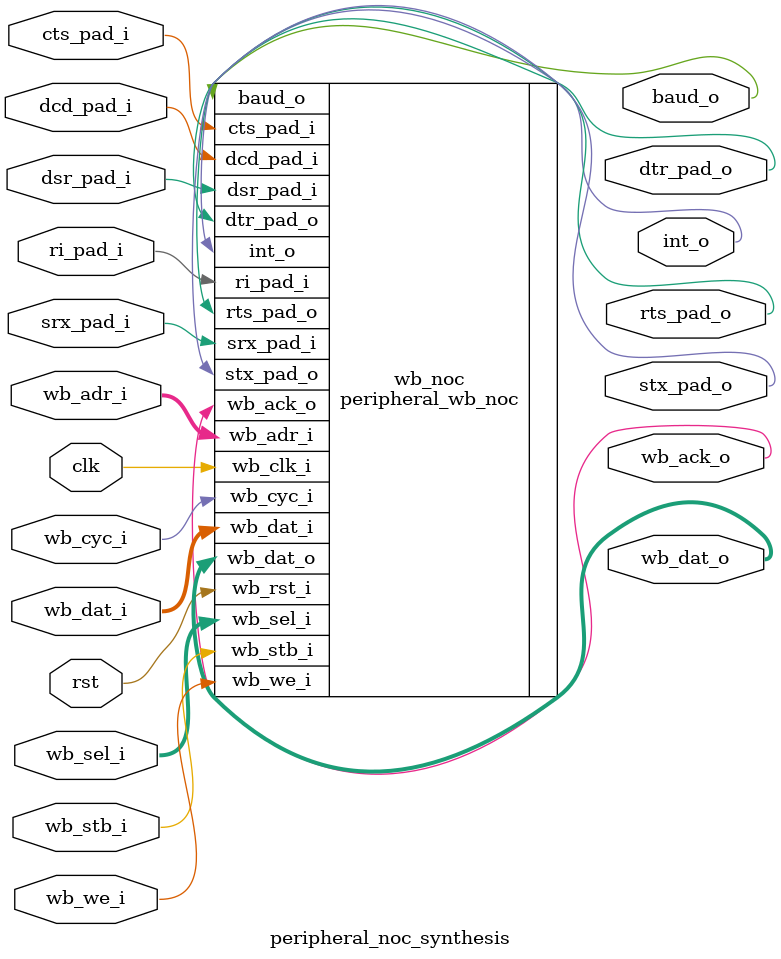
<source format=sv>

/* Copyright (c) 2018-2019 by the author(s)
 *
 * Permission is hereby granted, free of charge, to any person obtaining a copy
 * of this software and associated documentation files (the "Software"), to deal
 * in the Software without restriction, including without limitation the rights
 * to use, copy, modify, merge, publish, distribute, sublicense, and/or sell
 * copies of the Software, and to permit persons to whom the Software is
 * furnished to do so, subject to the following conditions:
 *
 * The above copyright notice and this permission notice shall be included in
 * all copies or substantial portions of the Software.
 *
 * THE SOFTWARE IS PROVIDED "AS IS", WITHOUT WARRANTY OF ANY KIND, EXPRESS OR
 * IMPLIED, INCLUDING BUT NOT LIMITED TO THE WARRANTIES OF MERCHANTABILITY,
 * FITNESS FOR A PARTICULAR PURPOSE AND NONINFRINGEMENT. IN NO EVENT SHALL THE
 * AUTHORS OR COPYRIGHT HOLDERS BE LIABLE FOR ANY CLAIM, DAMAGES OR OTHER
 * LIABILITY, WHETHER IN AN ACTION OF CONTRACT, TORT OR OTHERWISE, ARISING FROM,
 * OUT OF OR IN CONNECTION WITH THE SOFTWARE OR THE USE OR OTHER DEALINGS IN
 * THE SOFTWARE.
 *
 * =============================================================================
 * Author(s):
 *   Paco Reina Campo <pacoreinacampo@queenfield.tech>
 */

module peripheral_noc_synthesis #(
  parameter SIM   = 0,
  parameter DEBUG = 0
) (
  input clk,
  input rst,

  // WISHBONE interface
  input  [2:0] wb_adr_i,
  input  [7:0] wb_dat_i,
  output [7:0] wb_dat_o,
  input        wb_we_i,
  input        wb_stb_i,
  input        wb_cyc_i,
  input  [3:0] wb_sel_i,
  output       wb_ack_o,
  output       int_o,

  // UART signals
  input  srx_pad_i,
  output stx_pad_o,
  output rts_pad_o,
  input  cts_pad_i,
  output dtr_pad_o,
  input  dsr_pad_i,
  input  ri_pad_i,
  input  dcd_pad_i,

  // optional baudrate output
  output baud_o
);

  //////////////////////////////////////////////////////////////////
  //
  // Module Body
  //

  //DUT WB
  peripheral_wb_noc #(
    .SIM  (SIM),
    .DEBUG(DEBUG)
  ) wb_noc (
    .wb_clk_i(clk),
    .wb_rst_i(rst),

    // WISHBONE interface
    .wb_adr_i(wb_adr_i),
    .wb_dat_i(wb_dat_i),
    .wb_dat_o(wb_dat_o),
    .wb_we_i (wb_we_i),
    .wb_stb_i(wb_stb_i),
    .wb_cyc_i(wb_cyc_i),
    .wb_sel_i(wb_sel_i),
    .wb_ack_o(wb_ack_o),
    .int_o   (int_o),

    // UART  signals
    .srx_pad_i(srx_pad_i),
    .stx_pad_o(stx_pad_o),
    .rts_pad_o(rts_pad_o),
    .cts_pad_i(cts_pad_i),
    .dtr_pad_o(dtr_pad_o),
    .dsr_pad_i(dsr_pad_i),
    .ri_pad_i (ri_pad_i),
    .dcd_pad_i(dcd_pad_i),

    // optional baudrate output
    .baud_o(baud_o)
  );
endmodule

</source>
